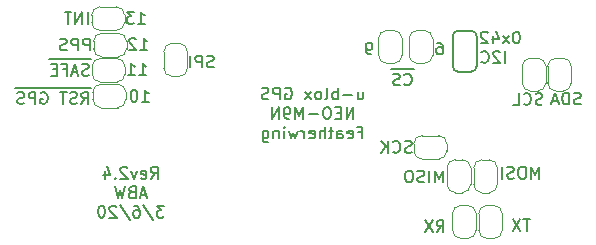
<source format=gbr>
G04 #@! TF.GenerationSoftware,KiCad,Pcbnew,(5.1.4)-1*
G04 #@! TF.CreationDate,2020-03-06T18:24:47-05:00*
G04 #@! TF.ProjectId,Feather-NEO-M9N-GPS,46656174-6865-4722-9d4e-454f2d4d394e,rev?*
G04 #@! TF.SameCoordinates,Original*
G04 #@! TF.FileFunction,Legend,Bot*
G04 #@! TF.FilePolarity,Positive*
%FSLAX46Y46*%
G04 Gerber Fmt 4.6, Leading zero omitted, Abs format (unit mm)*
G04 Created by KiCad (PCBNEW (5.1.4)-1) date 2020-03-06 18:24:47*
%MOMM*%
%LPD*%
G04 APERTURE LIST*
%ADD10C,0.150000*%
%ADD11C,0.120000*%
%ADD12C,0.203200*%
G04 APERTURE END LIST*
D10*
X165569923Y-78116180D02*
X165760400Y-78116180D01*
X165855638Y-78163800D01*
X165903257Y-78211419D01*
X165998495Y-78354276D01*
X166046114Y-78544752D01*
X166046114Y-78925704D01*
X165998495Y-79020942D01*
X165950876Y-79068561D01*
X165855638Y-79116180D01*
X165665161Y-79116180D01*
X165569923Y-79068561D01*
X165522304Y-79020942D01*
X165474685Y-78925704D01*
X165474685Y-78687609D01*
X165522304Y-78592371D01*
X165569923Y-78544752D01*
X165665161Y-78497133D01*
X165855638Y-78497133D01*
X165950876Y-78544752D01*
X165998495Y-78592371D01*
X166046114Y-78687609D01*
X159969176Y-79116180D02*
X159778700Y-79116180D01*
X159683461Y-79068561D01*
X159635842Y-79020942D01*
X159540604Y-78878085D01*
X159492985Y-78687609D01*
X159492985Y-78306657D01*
X159540604Y-78211419D01*
X159588223Y-78163800D01*
X159683461Y-78116180D01*
X159873938Y-78116180D01*
X159969176Y-78163800D01*
X160016795Y-78211419D01*
X160064414Y-78306657D01*
X160064414Y-78544752D01*
X160016795Y-78639990D01*
X159969176Y-78687609D01*
X159873938Y-78735228D01*
X159683461Y-78735228D01*
X159588223Y-78687609D01*
X159540604Y-78639990D01*
X159492985Y-78544752D01*
X140538176Y-83116680D02*
X141109604Y-83116680D01*
X140823890Y-83116680D02*
X140823890Y-82116680D01*
X140919128Y-82259538D01*
X141014366Y-82354776D01*
X141109604Y-82402395D01*
X139919128Y-82116680D02*
X139823890Y-82116680D01*
X139728652Y-82164300D01*
X139681033Y-82211919D01*
X139633414Y-82307157D01*
X139585795Y-82497633D01*
X139585795Y-82735728D01*
X139633414Y-82926204D01*
X139681033Y-83021442D01*
X139728652Y-83069061D01*
X139823890Y-83116680D01*
X139919128Y-83116680D01*
X140014366Y-83069061D01*
X140061985Y-83021442D01*
X140109604Y-82926204D01*
X140157223Y-82735728D01*
X140157223Y-82497633D01*
X140109604Y-82307157D01*
X140061985Y-82211919D01*
X140014366Y-82164300D01*
X139919128Y-82116680D01*
X141296496Y-89635320D02*
X141629829Y-89159130D01*
X141867924Y-89635320D02*
X141867924Y-88635320D01*
X141486972Y-88635320D01*
X141391734Y-88682940D01*
X141344115Y-88730559D01*
X141296496Y-88825797D01*
X141296496Y-88968654D01*
X141344115Y-89063892D01*
X141391734Y-89111511D01*
X141486972Y-89159130D01*
X141867924Y-89159130D01*
X140486972Y-89587701D02*
X140582210Y-89635320D01*
X140772686Y-89635320D01*
X140867924Y-89587701D01*
X140915543Y-89492463D01*
X140915543Y-89111511D01*
X140867924Y-89016273D01*
X140772686Y-88968654D01*
X140582210Y-88968654D01*
X140486972Y-89016273D01*
X140439353Y-89111511D01*
X140439353Y-89206749D01*
X140915543Y-89301987D01*
X140106020Y-88968654D02*
X139867924Y-89635320D01*
X139629829Y-88968654D01*
X139296496Y-88730559D02*
X139248877Y-88682940D01*
X139153639Y-88635320D01*
X138915543Y-88635320D01*
X138820305Y-88682940D01*
X138772686Y-88730559D01*
X138725067Y-88825797D01*
X138725067Y-88921035D01*
X138772686Y-89063892D01*
X139344115Y-89635320D01*
X138725067Y-89635320D01*
X138296496Y-89540082D02*
X138248877Y-89587701D01*
X138296496Y-89635320D01*
X138344115Y-89587701D01*
X138296496Y-89540082D01*
X138296496Y-89635320D01*
X137391734Y-88968654D02*
X137391734Y-89635320D01*
X137629829Y-88587701D02*
X137867924Y-89301987D01*
X137248877Y-89301987D01*
X140915543Y-90999606D02*
X140439353Y-90999606D01*
X141010781Y-91285320D02*
X140677448Y-90285320D01*
X140344115Y-91285320D01*
X139677448Y-90761511D02*
X139534591Y-90809130D01*
X139486972Y-90856749D01*
X139439353Y-90951987D01*
X139439353Y-91094844D01*
X139486972Y-91190082D01*
X139534591Y-91237701D01*
X139629829Y-91285320D01*
X140010781Y-91285320D01*
X140010781Y-90285320D01*
X139677448Y-90285320D01*
X139582210Y-90332940D01*
X139534591Y-90380559D01*
X139486972Y-90475797D01*
X139486972Y-90571035D01*
X139534591Y-90666273D01*
X139582210Y-90713892D01*
X139677448Y-90761511D01*
X140010781Y-90761511D01*
X139106020Y-90285320D02*
X138867924Y-91285320D01*
X138677448Y-90571035D01*
X138486972Y-91285320D01*
X138248877Y-90285320D01*
X142415543Y-91935320D02*
X141796496Y-91935320D01*
X142129829Y-92316273D01*
X141986972Y-92316273D01*
X141891734Y-92363892D01*
X141844115Y-92411511D01*
X141796496Y-92506749D01*
X141796496Y-92744844D01*
X141844115Y-92840082D01*
X141891734Y-92887701D01*
X141986972Y-92935320D01*
X142272686Y-92935320D01*
X142367924Y-92887701D01*
X142415543Y-92840082D01*
X140653639Y-91887701D02*
X141510781Y-93173416D01*
X139891734Y-91935320D02*
X140082210Y-91935320D01*
X140177448Y-91982940D01*
X140225067Y-92030559D01*
X140320305Y-92173416D01*
X140367924Y-92363892D01*
X140367924Y-92744844D01*
X140320305Y-92840082D01*
X140272686Y-92887701D01*
X140177448Y-92935320D01*
X139986972Y-92935320D01*
X139891734Y-92887701D01*
X139844115Y-92840082D01*
X139796496Y-92744844D01*
X139796496Y-92506749D01*
X139844115Y-92411511D01*
X139891734Y-92363892D01*
X139986972Y-92316273D01*
X140177448Y-92316273D01*
X140272686Y-92363892D01*
X140320305Y-92411511D01*
X140367924Y-92506749D01*
X138653639Y-91887701D02*
X139510781Y-93173416D01*
X138367924Y-92030559D02*
X138320305Y-91982940D01*
X138225067Y-91935320D01*
X137986972Y-91935320D01*
X137891734Y-91982940D01*
X137844115Y-92030559D01*
X137796496Y-92125797D01*
X137796496Y-92221035D01*
X137844115Y-92363892D01*
X138415543Y-92935320D01*
X137796496Y-92935320D01*
X137177448Y-91935320D02*
X137082210Y-91935320D01*
X136986972Y-91982940D01*
X136939353Y-92030559D01*
X136891734Y-92125797D01*
X136844115Y-92316273D01*
X136844115Y-92554368D01*
X136891734Y-92744844D01*
X136939353Y-92840082D01*
X136986972Y-92887701D01*
X137082210Y-92935320D01*
X137177448Y-92935320D01*
X137272686Y-92887701D01*
X137320305Y-92840082D01*
X137367924Y-92744844D01*
X137415543Y-92554368D01*
X137415543Y-92316273D01*
X137367924Y-92125797D01*
X137320305Y-92030559D01*
X137272686Y-91982940D01*
X137177448Y-91935320D01*
X158824133Y-82260514D02*
X158824133Y-82927180D01*
X159252704Y-82260514D02*
X159252704Y-82784323D01*
X159205085Y-82879561D01*
X159109847Y-82927180D01*
X158966990Y-82927180D01*
X158871752Y-82879561D01*
X158824133Y-82831942D01*
X158347942Y-82546228D02*
X157586038Y-82546228D01*
X157109847Y-82927180D02*
X157109847Y-81927180D01*
X157109847Y-82308133D02*
X157014609Y-82260514D01*
X156824133Y-82260514D01*
X156728895Y-82308133D01*
X156681276Y-82355752D01*
X156633657Y-82450990D01*
X156633657Y-82736704D01*
X156681276Y-82831942D01*
X156728895Y-82879561D01*
X156824133Y-82927180D01*
X157014609Y-82927180D01*
X157109847Y-82879561D01*
X156062228Y-82927180D02*
X156157466Y-82879561D01*
X156205085Y-82784323D01*
X156205085Y-81927180D01*
X155538419Y-82927180D02*
X155633657Y-82879561D01*
X155681276Y-82831942D01*
X155728895Y-82736704D01*
X155728895Y-82450990D01*
X155681276Y-82355752D01*
X155633657Y-82308133D01*
X155538419Y-82260514D01*
X155395561Y-82260514D01*
X155300323Y-82308133D01*
X155252704Y-82355752D01*
X155205085Y-82450990D01*
X155205085Y-82736704D01*
X155252704Y-82831942D01*
X155300323Y-82879561D01*
X155395561Y-82927180D01*
X155538419Y-82927180D01*
X154871752Y-82927180D02*
X154347942Y-82260514D01*
X154871752Y-82260514D02*
X154347942Y-82927180D01*
X152681276Y-81974800D02*
X152776514Y-81927180D01*
X152919371Y-81927180D01*
X153062228Y-81974800D01*
X153157466Y-82070038D01*
X153205085Y-82165276D01*
X153252704Y-82355752D01*
X153252704Y-82498609D01*
X153205085Y-82689085D01*
X153157466Y-82784323D01*
X153062228Y-82879561D01*
X152919371Y-82927180D01*
X152824133Y-82927180D01*
X152681276Y-82879561D01*
X152633657Y-82831942D01*
X152633657Y-82498609D01*
X152824133Y-82498609D01*
X152205085Y-82927180D02*
X152205085Y-81927180D01*
X151824133Y-81927180D01*
X151728895Y-81974800D01*
X151681276Y-82022419D01*
X151633657Y-82117657D01*
X151633657Y-82260514D01*
X151681276Y-82355752D01*
X151728895Y-82403371D01*
X151824133Y-82450990D01*
X152205085Y-82450990D01*
X151252704Y-82879561D02*
X151109847Y-82927180D01*
X150871752Y-82927180D01*
X150776514Y-82879561D01*
X150728895Y-82831942D01*
X150681276Y-82736704D01*
X150681276Y-82641466D01*
X150728895Y-82546228D01*
X150776514Y-82498609D01*
X150871752Y-82450990D01*
X151062228Y-82403371D01*
X151157466Y-82355752D01*
X151205085Y-82308133D01*
X151252704Y-82212895D01*
X151252704Y-82117657D01*
X151205085Y-82022419D01*
X151157466Y-81974800D01*
X151062228Y-81927180D01*
X150824133Y-81927180D01*
X150681276Y-81974800D01*
X158443180Y-84577180D02*
X158443180Y-83577180D01*
X157871752Y-84577180D01*
X157871752Y-83577180D01*
X157395561Y-84053371D02*
X157062228Y-84053371D01*
X156919371Y-84577180D02*
X157395561Y-84577180D01*
X157395561Y-83577180D01*
X156919371Y-83577180D01*
X156300323Y-83577180D02*
X156109847Y-83577180D01*
X156014609Y-83624800D01*
X155919371Y-83720038D01*
X155871752Y-83910514D01*
X155871752Y-84243847D01*
X155919371Y-84434323D01*
X156014609Y-84529561D01*
X156109847Y-84577180D01*
X156300323Y-84577180D01*
X156395561Y-84529561D01*
X156490800Y-84434323D01*
X156538419Y-84243847D01*
X156538419Y-83910514D01*
X156490800Y-83720038D01*
X156395561Y-83624800D01*
X156300323Y-83577180D01*
X155443180Y-84196228D02*
X154681276Y-84196228D01*
X154205085Y-84577180D02*
X154205085Y-83577180D01*
X153871752Y-84291466D01*
X153538419Y-83577180D01*
X153538419Y-84577180D01*
X153014609Y-84577180D02*
X152824133Y-84577180D01*
X152728895Y-84529561D01*
X152681276Y-84481942D01*
X152586038Y-84339085D01*
X152538419Y-84148609D01*
X152538419Y-83767657D01*
X152586038Y-83672419D01*
X152633657Y-83624800D01*
X152728895Y-83577180D01*
X152919371Y-83577180D01*
X153014609Y-83624800D01*
X153062228Y-83672419D01*
X153109847Y-83767657D01*
X153109847Y-84005752D01*
X153062228Y-84100990D01*
X153014609Y-84148609D01*
X152919371Y-84196228D01*
X152728895Y-84196228D01*
X152633657Y-84148609D01*
X152586038Y-84100990D01*
X152538419Y-84005752D01*
X152109847Y-84577180D02*
X152109847Y-83577180D01*
X151538419Y-84577180D01*
X151538419Y-83577180D01*
X158871752Y-85703371D02*
X159205085Y-85703371D01*
X159205085Y-86227180D02*
X159205085Y-85227180D01*
X158728895Y-85227180D01*
X157966990Y-86179561D02*
X158062228Y-86227180D01*
X158252704Y-86227180D01*
X158347942Y-86179561D01*
X158395561Y-86084323D01*
X158395561Y-85703371D01*
X158347942Y-85608133D01*
X158252704Y-85560514D01*
X158062228Y-85560514D01*
X157966990Y-85608133D01*
X157919371Y-85703371D01*
X157919371Y-85798609D01*
X158395561Y-85893847D01*
X157062228Y-86227180D02*
X157062228Y-85703371D01*
X157109847Y-85608133D01*
X157205085Y-85560514D01*
X157395561Y-85560514D01*
X157490800Y-85608133D01*
X157062228Y-86179561D02*
X157157466Y-86227180D01*
X157395561Y-86227180D01*
X157490800Y-86179561D01*
X157538419Y-86084323D01*
X157538419Y-85989085D01*
X157490800Y-85893847D01*
X157395561Y-85846228D01*
X157157466Y-85846228D01*
X157062228Y-85798609D01*
X156728895Y-85560514D02*
X156347942Y-85560514D01*
X156586038Y-85227180D02*
X156586038Y-86084323D01*
X156538419Y-86179561D01*
X156443180Y-86227180D01*
X156347942Y-86227180D01*
X156014609Y-86227180D02*
X156014609Y-85227180D01*
X155586038Y-86227180D02*
X155586038Y-85703371D01*
X155633657Y-85608133D01*
X155728895Y-85560514D01*
X155871752Y-85560514D01*
X155966990Y-85608133D01*
X156014609Y-85655752D01*
X154728895Y-86179561D02*
X154824133Y-86227180D01*
X155014609Y-86227180D01*
X155109847Y-86179561D01*
X155157466Y-86084323D01*
X155157466Y-85703371D01*
X155109847Y-85608133D01*
X155014609Y-85560514D01*
X154824133Y-85560514D01*
X154728895Y-85608133D01*
X154681276Y-85703371D01*
X154681276Y-85798609D01*
X155157466Y-85893847D01*
X154252704Y-86227180D02*
X154252704Y-85560514D01*
X154252704Y-85750990D02*
X154205085Y-85655752D01*
X154157466Y-85608133D01*
X154062228Y-85560514D01*
X153966990Y-85560514D01*
X153728895Y-85560514D02*
X153538419Y-86227180D01*
X153347942Y-85750990D01*
X153157466Y-86227180D01*
X152966990Y-85560514D01*
X152586038Y-86227180D02*
X152586038Y-85560514D01*
X152586038Y-85227180D02*
X152633657Y-85274800D01*
X152586038Y-85322419D01*
X152538419Y-85274800D01*
X152586038Y-85227180D01*
X152586038Y-85322419D01*
X152109847Y-85560514D02*
X152109847Y-86227180D01*
X152109847Y-85655752D02*
X152062228Y-85608133D01*
X151966990Y-85560514D01*
X151824133Y-85560514D01*
X151728895Y-85608133D01*
X151681276Y-85703371D01*
X151681276Y-86227180D01*
X150776514Y-85560514D02*
X150776514Y-86370038D01*
X150824133Y-86465276D01*
X150871752Y-86512895D01*
X150966990Y-86560514D01*
X151109847Y-86560514D01*
X151205085Y-86512895D01*
X150776514Y-86179561D02*
X150871752Y-86227180D01*
X151062228Y-86227180D01*
X151157466Y-86179561D01*
X151205085Y-86131942D01*
X151252704Y-86036704D01*
X151252704Y-85750990D01*
X151205085Y-85655752D01*
X151157466Y-85608133D01*
X151062228Y-85560514D01*
X150871752Y-85560514D01*
X150776514Y-85608133D01*
X172290881Y-77186540D02*
X172195643Y-77186540D01*
X172100405Y-77234160D01*
X172052786Y-77281779D01*
X172005167Y-77377017D01*
X171957548Y-77567493D01*
X171957548Y-77805588D01*
X172005167Y-77996064D01*
X172052786Y-78091302D01*
X172100405Y-78138921D01*
X172195643Y-78186540D01*
X172290881Y-78186540D01*
X172386120Y-78138921D01*
X172433739Y-78091302D01*
X172481358Y-77996064D01*
X172528977Y-77805588D01*
X172528977Y-77567493D01*
X172481358Y-77377017D01*
X172433739Y-77281779D01*
X172386120Y-77234160D01*
X172290881Y-77186540D01*
X171624215Y-78186540D02*
X171100405Y-77519874D01*
X171624215Y-77519874D02*
X171100405Y-78186540D01*
X170290881Y-77519874D02*
X170290881Y-78186540D01*
X170528977Y-77138921D02*
X170767072Y-77853207D01*
X170148024Y-77853207D01*
X169814691Y-77281779D02*
X169767072Y-77234160D01*
X169671834Y-77186540D01*
X169433739Y-77186540D01*
X169338500Y-77234160D01*
X169290881Y-77281779D01*
X169243262Y-77377017D01*
X169243262Y-77472255D01*
X169290881Y-77615112D01*
X169862310Y-78186540D01*
X169243262Y-78186540D01*
X140309576Y-80856080D02*
X140881004Y-80856080D01*
X140595290Y-80856080D02*
X140595290Y-79856080D01*
X140690528Y-79998938D01*
X140785766Y-80094176D01*
X140881004Y-80141795D01*
X139357195Y-80856080D02*
X139928623Y-80856080D01*
X139642909Y-80856080D02*
X139642909Y-79856080D01*
X139738147Y-79998938D01*
X139833385Y-80094176D01*
X139928623Y-80141795D01*
X140411176Y-78722480D02*
X140982604Y-78722480D01*
X140696890Y-78722480D02*
X140696890Y-77722480D01*
X140792128Y-77865338D01*
X140887366Y-77960576D01*
X140982604Y-78008195D01*
X140030223Y-77817719D02*
X139982604Y-77770100D01*
X139887366Y-77722480D01*
X139649271Y-77722480D01*
X139554033Y-77770100D01*
X139506414Y-77817719D01*
X139458795Y-77912957D01*
X139458795Y-78008195D01*
X139506414Y-78151052D01*
X140077842Y-78722480D01*
X139458795Y-78722480D01*
X140207976Y-76525380D02*
X140779404Y-76525380D01*
X140493690Y-76525380D02*
X140493690Y-75525380D01*
X140588928Y-75668238D01*
X140684166Y-75763476D01*
X140779404Y-75811095D01*
X139874642Y-75525380D02*
X139255595Y-75525380D01*
X139588928Y-75906333D01*
X139446071Y-75906333D01*
X139350833Y-75953952D01*
X139303214Y-76001571D01*
X139255595Y-76096809D01*
X139255595Y-76334904D01*
X139303214Y-76430142D01*
X139350833Y-76477761D01*
X139446071Y-76525380D01*
X139731785Y-76525380D01*
X139827023Y-76477761D01*
X139874642Y-76430142D01*
D11*
X163157660Y-77775840D02*
X163157660Y-79175840D01*
X163857660Y-79875840D02*
X164457660Y-79875840D01*
X165157660Y-79175840D02*
X165157660Y-77775840D01*
X164457660Y-77075840D02*
X163857660Y-77075840D01*
X163857660Y-77075840D02*
G75*
G03X163157660Y-77775840I0J-700000D01*
G01*
X165157660Y-77775840D02*
G75*
G03X164457660Y-77075840I-700000J0D01*
G01*
X164457660Y-79875840D02*
G75*
G03X165157660Y-79175840I0J700000D01*
G01*
X163157660Y-79175840D02*
G75*
G03X163857660Y-79875840I700000J0D01*
G01*
X164260300Y-87982300D02*
X165660300Y-87982300D01*
X166360300Y-87282300D02*
X166360300Y-86682300D01*
X165660300Y-85982300D02*
X164260300Y-85982300D01*
X163560300Y-86682300D02*
X163560300Y-87282300D01*
X163560300Y-87282300D02*
G75*
G03X164260300Y-87982300I700000J0D01*
G01*
X164260300Y-85982300D02*
G75*
G03X163560300Y-86682300I0J-700000D01*
G01*
X166360300Y-86682300D02*
G75*
G03X165660300Y-85982300I-700000J0D01*
G01*
X165660300Y-87982300D02*
G75*
G03X166360300Y-87282300I0J700000D01*
G01*
X160571940Y-77775840D02*
X160571940Y-79175840D01*
X161271940Y-79875840D02*
X161871940Y-79875840D01*
X162571940Y-79175840D02*
X162571940Y-77775840D01*
X161871940Y-77075840D02*
X161271940Y-77075840D01*
X161271940Y-77075840D02*
G75*
G03X160571940Y-77775840I0J-700000D01*
G01*
X162571940Y-77775840D02*
G75*
G03X161871940Y-77075840I-700000J0D01*
G01*
X161871940Y-79875840D02*
G75*
G03X162571940Y-79175840I0J700000D01*
G01*
X160571940Y-79175840D02*
G75*
G03X161271940Y-79875840I700000J0D01*
G01*
X142395700Y-78878200D02*
X142395700Y-80278200D01*
X143095700Y-80978200D02*
X143695700Y-80978200D01*
X144395700Y-80278200D02*
X144395700Y-78878200D01*
X143695700Y-78178200D02*
X143095700Y-78178200D01*
X143095700Y-78178200D02*
G75*
G03X142395700Y-78878200I0J-700000D01*
G01*
X144395700Y-78878200D02*
G75*
G03X143695700Y-78178200I-700000J0D01*
G01*
X143695700Y-80978200D02*
G75*
G03X144395700Y-80278200I0J700000D01*
G01*
X142395700Y-80278200D02*
G75*
G03X143095700Y-80978200I700000J0D01*
G01*
X168633900Y-88720700D02*
X168633900Y-90120700D01*
X169333900Y-90820700D02*
X169933900Y-90820700D01*
X170633900Y-90120700D02*
X170633900Y-88720700D01*
X169933900Y-88020700D02*
X169333900Y-88020700D01*
X169333900Y-88020700D02*
G75*
G03X168633900Y-88720700I0J-700000D01*
G01*
X170633900Y-88720700D02*
G75*
G03X169933900Y-88020700I-700000J0D01*
G01*
X169933900Y-90820700D02*
G75*
G03X170633900Y-90120700I0J700000D01*
G01*
X168633900Y-90120700D02*
G75*
G03X169333900Y-90820700I700000J0D01*
G01*
X168373300Y-90120700D02*
X168373300Y-88720700D01*
X167673300Y-88020700D02*
X167073300Y-88020700D01*
X166373300Y-88720700D02*
X166373300Y-90120700D01*
X167073300Y-90820700D02*
X167673300Y-90820700D01*
X167673300Y-90820700D02*
G75*
G03X168373300Y-90120700I0J700000D01*
G01*
X166373300Y-90120700D02*
G75*
G03X167073300Y-90820700I700000J0D01*
G01*
X167073300Y-88020700D02*
G75*
G03X166373300Y-88720700I0J-700000D01*
G01*
X168373300Y-88720700D02*
G75*
G03X167673300Y-88020700I-700000J0D01*
G01*
X137082300Y-83626200D02*
X138482300Y-83626200D01*
X139182300Y-82926200D02*
X139182300Y-82326200D01*
X138482300Y-81626200D02*
X137082300Y-81626200D01*
X136382300Y-82326200D02*
X136382300Y-82926200D01*
X136382300Y-82926200D02*
G75*
G03X137082300Y-83626200I700000J0D01*
G01*
X137082300Y-81626200D02*
G75*
G03X136382300Y-82326200I0J-700000D01*
G01*
X139182300Y-82326200D02*
G75*
G03X138482300Y-81626200I-700000J0D01*
G01*
X138482300Y-83626200D02*
G75*
G03X139182300Y-82926200I0J700000D01*
G01*
D12*
X166852600Y-77571600D02*
X166852600Y-80111600D01*
X168427400Y-77114400D02*
X167309800Y-77114400D01*
X168427400Y-80568800D02*
X167309800Y-80568800D01*
X168427400Y-80568800D02*
G75*
G03X168884600Y-80111600I0J457200D01*
G01*
X168884600Y-77571600D02*
G75*
G03X168427400Y-77114400I-457200J0D01*
G01*
X166852600Y-77571600D02*
G75*
G02X167309800Y-77114400I457200J0D01*
G01*
X167309800Y-80568800D02*
G75*
G02X166852600Y-80111600I0J457200D01*
G01*
X168884600Y-80111600D02*
X168884600Y-77571600D01*
D11*
X137016500Y-81454500D02*
X138416500Y-81454500D01*
X139116500Y-80754500D02*
X139116500Y-80154500D01*
X138416500Y-79454500D02*
X137016500Y-79454500D01*
X136316500Y-80154500D02*
X136316500Y-80754500D01*
X136316500Y-80754500D02*
G75*
G03X137016500Y-81454500I700000J0D01*
G01*
X137016500Y-79454500D02*
G75*
G03X136316500Y-80154500I0J-700000D01*
G01*
X139116500Y-80154500D02*
G75*
G03X138416500Y-79454500I-700000J0D01*
G01*
X138416500Y-81454500D02*
G75*
G03X139116500Y-80754500I0J700000D01*
G01*
X137145800Y-79320900D02*
X138545800Y-79320900D01*
X139245800Y-78620900D02*
X139245800Y-78020900D01*
X138545800Y-77320900D02*
X137145800Y-77320900D01*
X136445800Y-78020900D02*
X136445800Y-78620900D01*
X136445800Y-78620900D02*
G75*
G03X137145800Y-79320900I700000J0D01*
G01*
X137145800Y-77320900D02*
G75*
G03X136445800Y-78020900I0J-700000D01*
G01*
X139245800Y-78020900D02*
G75*
G03X138545800Y-77320900I-700000J0D01*
G01*
X138545800Y-79320900D02*
G75*
G03X139245800Y-78620900I0J700000D01*
G01*
X136980700Y-77085700D02*
X138380700Y-77085700D01*
X139080700Y-76385700D02*
X139080700Y-75785700D01*
X138380700Y-75085700D02*
X136980700Y-75085700D01*
X136280700Y-75785700D02*
X136280700Y-76385700D01*
X136280700Y-76385700D02*
G75*
G03X136980700Y-77085700I700000J0D01*
G01*
X136980700Y-75085700D02*
G75*
G03X136280700Y-75785700I0J-700000D01*
G01*
X139080700Y-75785700D02*
G75*
G03X138380700Y-75085700I-700000J0D01*
G01*
X138380700Y-77085700D02*
G75*
G03X139080700Y-76385700I0J700000D01*
G01*
X168835580Y-93994200D02*
X168835580Y-92594200D01*
X168135580Y-91894200D02*
X167535580Y-91894200D01*
X166835580Y-92594200D02*
X166835580Y-93994200D01*
X167535580Y-94694200D02*
X168135580Y-94694200D01*
X168135580Y-94694200D02*
G75*
G03X168835580Y-93994200I0J700000D01*
G01*
X166835580Y-93994200D02*
G75*
G03X167535580Y-94694200I700000J0D01*
G01*
X167535580Y-91894200D02*
G75*
G03X166835580Y-92594200I0J-700000D01*
G01*
X168835580Y-92594200D02*
G75*
G03X168135580Y-91894200I-700000J0D01*
G01*
X169055540Y-92599280D02*
X169055540Y-93999280D01*
X169755540Y-94699280D02*
X170355540Y-94699280D01*
X171055540Y-93999280D02*
X171055540Y-92599280D01*
X170355540Y-91899280D02*
X169755540Y-91899280D01*
X169755540Y-91899280D02*
G75*
G03X169055540Y-92599280I0J-700000D01*
G01*
X171055540Y-92599280D02*
G75*
G03X170355540Y-91899280I-700000J0D01*
G01*
X170355540Y-94699280D02*
G75*
G03X171055540Y-93999280I0J700000D01*
G01*
X169055540Y-93999280D02*
G75*
G03X169755540Y-94699280I700000J0D01*
G01*
X174746160Y-81522800D02*
X174746160Y-80122800D01*
X174046160Y-79422800D02*
X173446160Y-79422800D01*
X172746160Y-80122800D02*
X172746160Y-81522800D01*
X173446160Y-82222800D02*
X174046160Y-82222800D01*
X174046160Y-82222800D02*
G75*
G03X174746160Y-81522800I0J700000D01*
G01*
X172746160Y-81522800D02*
G75*
G03X173446160Y-82222800I700000J0D01*
G01*
X173446160Y-79422800D02*
G75*
G03X172746160Y-80122800I0J-700000D01*
G01*
X174746160Y-80122800D02*
G75*
G03X174046160Y-79422800I-700000J0D01*
G01*
X176895000Y-81522800D02*
X176895000Y-80122800D01*
X176195000Y-79422800D02*
X175595000Y-79422800D01*
X174895000Y-80122800D02*
X174895000Y-81522800D01*
X175595000Y-82222800D02*
X176195000Y-82222800D01*
X176195000Y-82222800D02*
G75*
G03X176895000Y-81522800I0J700000D01*
G01*
X174895000Y-81522800D02*
G75*
G03X175595000Y-82222800I700000J0D01*
G01*
X175595000Y-79422800D02*
G75*
G03X174895000Y-80122800I0J-700000D01*
G01*
X176895000Y-80122800D02*
G75*
G03X176195000Y-79422800I-700000J0D01*
G01*
D10*
X163375814Y-87387061D02*
X163232957Y-87434680D01*
X162994861Y-87434680D01*
X162899623Y-87387061D01*
X162852004Y-87339442D01*
X162804385Y-87244204D01*
X162804385Y-87148966D01*
X162852004Y-87053728D01*
X162899623Y-87006109D01*
X162994861Y-86958490D01*
X163185338Y-86910871D01*
X163280576Y-86863252D01*
X163328195Y-86815633D01*
X163375814Y-86720395D01*
X163375814Y-86625157D01*
X163328195Y-86529919D01*
X163280576Y-86482300D01*
X163185338Y-86434680D01*
X162947242Y-86434680D01*
X162804385Y-86482300D01*
X161804385Y-87339442D02*
X161852004Y-87387061D01*
X161994861Y-87434680D01*
X162090100Y-87434680D01*
X162232957Y-87387061D01*
X162328195Y-87291823D01*
X162375814Y-87196585D01*
X162423433Y-87006109D01*
X162423433Y-86863252D01*
X162375814Y-86672776D01*
X162328195Y-86577538D01*
X162232957Y-86482300D01*
X162090100Y-86434680D01*
X161994861Y-86434680D01*
X161852004Y-86482300D01*
X161804385Y-86529919D01*
X161375814Y-87434680D02*
X161375814Y-86434680D01*
X160804385Y-87434680D02*
X161232957Y-86863252D01*
X160804385Y-86434680D02*
X161375814Y-87006109D01*
X163561590Y-80377700D02*
X162561590Y-80377700D01*
X162752066Y-81649842D02*
X162799685Y-81697461D01*
X162942542Y-81745080D01*
X163037780Y-81745080D01*
X163180638Y-81697461D01*
X163275876Y-81602223D01*
X163323495Y-81506985D01*
X163371114Y-81316509D01*
X163371114Y-81173652D01*
X163323495Y-80983176D01*
X163275876Y-80887938D01*
X163180638Y-80792700D01*
X163037780Y-80745080D01*
X162942542Y-80745080D01*
X162799685Y-80792700D01*
X162752066Y-80840319D01*
X162561590Y-80377700D02*
X161609209Y-80377700D01*
X162371114Y-81697461D02*
X162228257Y-81745080D01*
X161990161Y-81745080D01*
X161894923Y-81697461D01*
X161847304Y-81649842D01*
X161799685Y-81554604D01*
X161799685Y-81459366D01*
X161847304Y-81364128D01*
X161894923Y-81316509D01*
X161990161Y-81268890D01*
X162180638Y-81221271D01*
X162275876Y-81173652D01*
X162323495Y-81126033D01*
X162371114Y-81030795D01*
X162371114Y-80935557D01*
X162323495Y-80840319D01*
X162275876Y-80792700D01*
X162180638Y-80745080D01*
X161942542Y-80745080D01*
X161799685Y-80792700D01*
X146606449Y-80165841D02*
X146463592Y-80213460D01*
X146225497Y-80213460D01*
X146130259Y-80165841D01*
X146082640Y-80118222D01*
X146035020Y-80022984D01*
X146035020Y-79927746D01*
X146082640Y-79832508D01*
X146130259Y-79784889D01*
X146225497Y-79737270D01*
X146415973Y-79689651D01*
X146511211Y-79642032D01*
X146558830Y-79594413D01*
X146606449Y-79499175D01*
X146606449Y-79403937D01*
X146558830Y-79308699D01*
X146511211Y-79261080D01*
X146415973Y-79213460D01*
X146177878Y-79213460D01*
X146035020Y-79261080D01*
X145606449Y-80213460D02*
X145606449Y-79213460D01*
X145225497Y-79213460D01*
X145130259Y-79261080D01*
X145082640Y-79308699D01*
X145035020Y-79403937D01*
X145035020Y-79546794D01*
X145082640Y-79642032D01*
X145130259Y-79689651D01*
X145225497Y-79737270D01*
X145606449Y-79737270D01*
X144606449Y-80213460D02*
X144606449Y-79213460D01*
X174189828Y-89631780D02*
X174189828Y-88631780D01*
X173856495Y-89346066D01*
X173523161Y-88631780D01*
X173523161Y-89631780D01*
X172856495Y-88631780D02*
X172666019Y-88631780D01*
X172570780Y-88679400D01*
X172475542Y-88774638D01*
X172427923Y-88965114D01*
X172427923Y-89298447D01*
X172475542Y-89488923D01*
X172570780Y-89584161D01*
X172666019Y-89631780D01*
X172856495Y-89631780D01*
X172951733Y-89584161D01*
X173046971Y-89488923D01*
X173094590Y-89298447D01*
X173094590Y-88965114D01*
X173046971Y-88774638D01*
X172951733Y-88679400D01*
X172856495Y-88631780D01*
X172046971Y-89584161D02*
X171904114Y-89631780D01*
X171666019Y-89631780D01*
X171570780Y-89584161D01*
X171523161Y-89536542D01*
X171475542Y-89441304D01*
X171475542Y-89346066D01*
X171523161Y-89250828D01*
X171570780Y-89203209D01*
X171666019Y-89155590D01*
X171856495Y-89107971D01*
X171951733Y-89060352D01*
X171999352Y-89012733D01*
X172046971Y-88917495D01*
X172046971Y-88822257D01*
X171999352Y-88727019D01*
X171951733Y-88679400D01*
X171856495Y-88631780D01*
X171618400Y-88631780D01*
X171475542Y-88679400D01*
X171046971Y-89631780D02*
X171046971Y-88631780D01*
X166011028Y-89949280D02*
X166011028Y-88949280D01*
X165677695Y-89663566D01*
X165344361Y-88949280D01*
X165344361Y-89949280D01*
X164868171Y-89949280D02*
X164868171Y-88949280D01*
X164439600Y-89901661D02*
X164296742Y-89949280D01*
X164058647Y-89949280D01*
X163963409Y-89901661D01*
X163915790Y-89854042D01*
X163868171Y-89758804D01*
X163868171Y-89663566D01*
X163915790Y-89568328D01*
X163963409Y-89520709D01*
X164058647Y-89473090D01*
X164249123Y-89425471D01*
X164344361Y-89377852D01*
X164391980Y-89330233D01*
X164439600Y-89234995D01*
X164439600Y-89139757D01*
X164391980Y-89044519D01*
X164344361Y-88996900D01*
X164249123Y-88949280D01*
X164011028Y-88949280D01*
X163868171Y-88996900D01*
X163249123Y-88949280D02*
X163058647Y-88949280D01*
X162963409Y-88996900D01*
X162868171Y-89092138D01*
X162820552Y-89282614D01*
X162820552Y-89615947D01*
X162868171Y-89806423D01*
X162963409Y-89901661D01*
X163058647Y-89949280D01*
X163249123Y-89949280D01*
X163344361Y-89901661D01*
X163439600Y-89806423D01*
X163487219Y-89615947D01*
X163487219Y-89282614D01*
X163439600Y-89092138D01*
X163344361Y-88996900D01*
X163249123Y-88949280D01*
X136234085Y-81939800D02*
X135234085Y-81939800D01*
X135424561Y-83307180D02*
X135757895Y-82830990D01*
X135995990Y-83307180D02*
X135995990Y-82307180D01*
X135615038Y-82307180D01*
X135519800Y-82354800D01*
X135472180Y-82402419D01*
X135424561Y-82497657D01*
X135424561Y-82640514D01*
X135472180Y-82735752D01*
X135519800Y-82783371D01*
X135615038Y-82830990D01*
X135995990Y-82830990D01*
X135234085Y-81939800D02*
X134281704Y-81939800D01*
X135043609Y-83259561D02*
X134900752Y-83307180D01*
X134662657Y-83307180D01*
X134567419Y-83259561D01*
X134519800Y-83211942D01*
X134472180Y-83116704D01*
X134472180Y-83021466D01*
X134519800Y-82926228D01*
X134567419Y-82878609D01*
X134662657Y-82830990D01*
X134853133Y-82783371D01*
X134948371Y-82735752D01*
X134995990Y-82688133D01*
X135043609Y-82592895D01*
X135043609Y-82497657D01*
X134995990Y-82402419D01*
X134948371Y-82354800D01*
X134853133Y-82307180D01*
X134615038Y-82307180D01*
X134472180Y-82354800D01*
X134281704Y-81939800D02*
X133519800Y-81939800D01*
X134186466Y-82307180D02*
X133615038Y-82307180D01*
X133900752Y-83307180D02*
X133900752Y-82307180D01*
X133519800Y-81939800D02*
X132757895Y-81939800D01*
X132757895Y-81939800D02*
X131757895Y-81939800D01*
X131995990Y-82354800D02*
X132091228Y-82307180D01*
X132234085Y-82307180D01*
X132376942Y-82354800D01*
X132472180Y-82450038D01*
X132519800Y-82545276D01*
X132567419Y-82735752D01*
X132567419Y-82878609D01*
X132519800Y-83069085D01*
X132472180Y-83164323D01*
X132376942Y-83259561D01*
X132234085Y-83307180D01*
X132138847Y-83307180D01*
X131995990Y-83259561D01*
X131948371Y-83211942D01*
X131948371Y-82878609D01*
X132138847Y-82878609D01*
X131757895Y-81939800D02*
X130757895Y-81939800D01*
X131519800Y-83307180D02*
X131519800Y-82307180D01*
X131138847Y-82307180D01*
X131043609Y-82354800D01*
X130995990Y-82402419D01*
X130948371Y-82497657D01*
X130948371Y-82640514D01*
X130995990Y-82735752D01*
X131043609Y-82783371D01*
X131138847Y-82830990D01*
X131519800Y-82830990D01*
X130757895Y-81939800D02*
X129805514Y-81939800D01*
X130567419Y-83259561D02*
X130424561Y-83307180D01*
X130186466Y-83307180D01*
X130091228Y-83259561D01*
X130043609Y-83211942D01*
X129995990Y-83116704D01*
X129995990Y-83021466D01*
X130043609Y-82926228D01*
X130091228Y-82878609D01*
X130186466Y-82830990D01*
X130376942Y-82783371D01*
X130472180Y-82735752D01*
X130519800Y-82688133D01*
X130567419Y-82592895D01*
X130567419Y-82497657D01*
X130519800Y-82402419D01*
X130472180Y-82354800D01*
X130376942Y-82307180D01*
X130138847Y-82307180D01*
X129995990Y-82354800D01*
X171283190Y-79834620D02*
X171283190Y-78834620D01*
X170854619Y-78929859D02*
X170807000Y-78882240D01*
X170711761Y-78834620D01*
X170473666Y-78834620D01*
X170378428Y-78882240D01*
X170330809Y-78929859D01*
X170283190Y-79025097D01*
X170283190Y-79120335D01*
X170330809Y-79263192D01*
X170902238Y-79834620D01*
X170283190Y-79834620D01*
X169283190Y-79739382D02*
X169330809Y-79787001D01*
X169473666Y-79834620D01*
X169568904Y-79834620D01*
X169711761Y-79787001D01*
X169807000Y-79691763D01*
X169854619Y-79596525D01*
X169902238Y-79406049D01*
X169902238Y-79263192D01*
X169854619Y-79072716D01*
X169807000Y-78977478D01*
X169711761Y-78882240D01*
X169568904Y-78834620D01*
X169473666Y-78834620D01*
X169330809Y-78882240D01*
X169283190Y-78929859D01*
X136220534Y-79544580D02*
X135268153Y-79544580D01*
X136030058Y-80864341D02*
X135887200Y-80911960D01*
X135649105Y-80911960D01*
X135553867Y-80864341D01*
X135506248Y-80816722D01*
X135458629Y-80721484D01*
X135458629Y-80626246D01*
X135506248Y-80531008D01*
X135553867Y-80483389D01*
X135649105Y-80435770D01*
X135839581Y-80388151D01*
X135934820Y-80340532D01*
X135982439Y-80292913D01*
X136030058Y-80197675D01*
X136030058Y-80102437D01*
X135982439Y-80007199D01*
X135934820Y-79959580D01*
X135839581Y-79911960D01*
X135601486Y-79911960D01*
X135458629Y-79959580D01*
X135268153Y-79544580D02*
X134411010Y-79544580D01*
X135077677Y-80626246D02*
X134601486Y-80626246D01*
X135172915Y-80911960D02*
X134839581Y-79911960D01*
X134506248Y-80911960D01*
X134411010Y-79544580D02*
X133553867Y-79544580D01*
X133839581Y-80388151D02*
X134172915Y-80388151D01*
X134172915Y-80911960D02*
X134172915Y-79911960D01*
X133696724Y-79911960D01*
X133553867Y-79544580D02*
X132649105Y-79544580D01*
X133315772Y-80388151D02*
X132982439Y-80388151D01*
X132839581Y-80911960D02*
X133315772Y-80911960D01*
X133315772Y-79911960D01*
X132839581Y-79911960D01*
X136111739Y-78778360D02*
X136111739Y-77778360D01*
X135730786Y-77778360D01*
X135635548Y-77825980D01*
X135587929Y-77873599D01*
X135540310Y-77968837D01*
X135540310Y-78111694D01*
X135587929Y-78206932D01*
X135635548Y-78254551D01*
X135730786Y-78302170D01*
X136111739Y-78302170D01*
X135111739Y-78778360D02*
X135111739Y-77778360D01*
X134730786Y-77778360D01*
X134635548Y-77825980D01*
X134587929Y-77873599D01*
X134540310Y-77968837D01*
X134540310Y-78111694D01*
X134587929Y-78206932D01*
X134635548Y-78254551D01*
X134730786Y-78302170D01*
X135111739Y-78302170D01*
X134159358Y-78730741D02*
X134016501Y-78778360D01*
X133778405Y-78778360D01*
X133683167Y-78730741D01*
X133635548Y-78683122D01*
X133587929Y-78587884D01*
X133587929Y-78492646D01*
X133635548Y-78397408D01*
X133683167Y-78349789D01*
X133778405Y-78302170D01*
X133968882Y-78254551D01*
X134064120Y-78206932D01*
X134111739Y-78159313D01*
X134159358Y-78064075D01*
X134159358Y-77968837D01*
X134111739Y-77873599D01*
X134064120Y-77825980D01*
X133968882Y-77778360D01*
X133730786Y-77778360D01*
X133587929Y-77825980D01*
X135946639Y-76548240D02*
X135946639Y-75548240D01*
X135470449Y-76548240D02*
X135470449Y-75548240D01*
X134899020Y-76548240D01*
X134899020Y-75548240D01*
X134565687Y-75548240D02*
X133994258Y-75548240D01*
X134279973Y-76548240D02*
X134279973Y-75548240D01*
X165495266Y-94140280D02*
X165828600Y-93664090D01*
X166066695Y-94140280D02*
X166066695Y-93140280D01*
X165685742Y-93140280D01*
X165590504Y-93187900D01*
X165542885Y-93235519D01*
X165495266Y-93330757D01*
X165495266Y-93473614D01*
X165542885Y-93568852D01*
X165590504Y-93616471D01*
X165685742Y-93664090D01*
X166066695Y-93664090D01*
X165161933Y-93140280D02*
X164495266Y-94140280D01*
X164495266Y-93140280D02*
X165161933Y-94140280D01*
X173405704Y-93076780D02*
X172834276Y-93076780D01*
X173119990Y-94076780D02*
X173119990Y-93076780D01*
X172596180Y-93076780D02*
X171929514Y-94076780D01*
X171929514Y-93076780D02*
X172596180Y-94076780D01*
X174443876Y-83335761D02*
X174301019Y-83383380D01*
X174062923Y-83383380D01*
X173967685Y-83335761D01*
X173920066Y-83288142D01*
X173872447Y-83192904D01*
X173872447Y-83097666D01*
X173920066Y-83002428D01*
X173967685Y-82954809D01*
X174062923Y-82907190D01*
X174253400Y-82859571D01*
X174348638Y-82811952D01*
X174396257Y-82764333D01*
X174443876Y-82669095D01*
X174443876Y-82573857D01*
X174396257Y-82478619D01*
X174348638Y-82431000D01*
X174253400Y-82383380D01*
X174015304Y-82383380D01*
X173872447Y-82431000D01*
X172872447Y-83288142D02*
X172920066Y-83335761D01*
X173062923Y-83383380D01*
X173158161Y-83383380D01*
X173301019Y-83335761D01*
X173396257Y-83240523D01*
X173443876Y-83145285D01*
X173491495Y-82954809D01*
X173491495Y-82811952D01*
X173443876Y-82621476D01*
X173396257Y-82526238D01*
X173301019Y-82431000D01*
X173158161Y-82383380D01*
X173062923Y-82383380D01*
X172920066Y-82431000D01*
X172872447Y-82478619D01*
X171967685Y-83383380D02*
X172443876Y-83383380D01*
X172443876Y-82383380D01*
X177693485Y-83297661D02*
X177550628Y-83345280D01*
X177312533Y-83345280D01*
X177217295Y-83297661D01*
X177169676Y-83250042D01*
X177122057Y-83154804D01*
X177122057Y-83059566D01*
X177169676Y-82964328D01*
X177217295Y-82916709D01*
X177312533Y-82869090D01*
X177503009Y-82821471D01*
X177598247Y-82773852D01*
X177645866Y-82726233D01*
X177693485Y-82630995D01*
X177693485Y-82535757D01*
X177645866Y-82440519D01*
X177598247Y-82392900D01*
X177503009Y-82345280D01*
X177264914Y-82345280D01*
X177122057Y-82392900D01*
X176693485Y-83345280D02*
X176693485Y-82345280D01*
X176455390Y-82345280D01*
X176312533Y-82392900D01*
X176217295Y-82488138D01*
X176169676Y-82583376D01*
X176122057Y-82773852D01*
X176122057Y-82916709D01*
X176169676Y-83107185D01*
X176217295Y-83202423D01*
X176312533Y-83297661D01*
X176455390Y-83345280D01*
X176693485Y-83345280D01*
X175741104Y-83059566D02*
X175264914Y-83059566D01*
X175836342Y-83345280D02*
X175503009Y-82345280D01*
X175169676Y-83345280D01*
M02*

</source>
